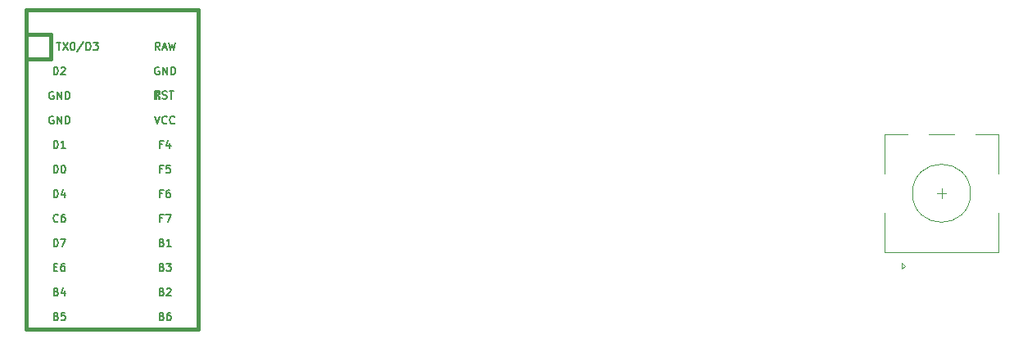
<source format=gbr>
%TF.GenerationSoftware,KiCad,Pcbnew,(5.1.9)-1*%
%TF.CreationDate,2021-08-20T11:44:51-07:00*%
%TF.ProjectId,Ingot,496e676f-742e-46b6-9963-61645f706362,rev?*%
%TF.SameCoordinates,Original*%
%TF.FileFunction,Legend,Top*%
%TF.FilePolarity,Positive*%
%FSLAX46Y46*%
G04 Gerber Fmt 4.6, Leading zero omitted, Abs format (unit mm)*
G04 Created by KiCad (PCBNEW (5.1.9)-1) date 2021-08-20 11:44:51*
%MOMM*%
%LPD*%
G01*
G04 APERTURE LIST*
%ADD10C,0.381000*%
%ADD11C,0.150000*%
%ADD12C,0.120000*%
G04 APERTURE END LIST*
D10*
%TO.C,PM1*%
X57944020Y-26432050D02*
X55404020Y-26432050D01*
X55404020Y-23892050D02*
X55404020Y-26432050D01*
X73184020Y-23892050D02*
X55404020Y-23892050D01*
X73184020Y-26432050D02*
X73184020Y-23892050D01*
D11*
G36*
X69225588Y-32911410D02*
G01*
X69225588Y-33111410D01*
X69125588Y-33111410D01*
X69125588Y-32911410D01*
X69225588Y-32911410D01*
G37*
X69225588Y-32911410D02*
X69225588Y-33111410D01*
X69125588Y-33111410D01*
X69125588Y-32911410D01*
X69225588Y-32911410D01*
G36*
X68825588Y-32311410D02*
G01*
X68825588Y-33111410D01*
X68725588Y-33111410D01*
X68725588Y-32311410D01*
X68825588Y-32311410D01*
G37*
X68825588Y-32311410D02*
X68825588Y-33111410D01*
X68725588Y-33111410D01*
X68725588Y-32311410D01*
X68825588Y-32311410D01*
G36*
X69225588Y-32311410D02*
G01*
X69225588Y-32411410D01*
X68725588Y-32411410D01*
X68725588Y-32311410D01*
X69225588Y-32311410D01*
G37*
X69225588Y-32311410D02*
X69225588Y-32411410D01*
X68725588Y-32411410D01*
X68725588Y-32311410D01*
X69225588Y-32311410D01*
G36*
X69025588Y-32711410D02*
G01*
X69025588Y-32811410D01*
X68925588Y-32811410D01*
X68925588Y-32711410D01*
X69025588Y-32711410D01*
G37*
X69025588Y-32711410D02*
X69025588Y-32811410D01*
X68925588Y-32811410D01*
X68925588Y-32711410D01*
X69025588Y-32711410D01*
G36*
X69225588Y-32311410D02*
G01*
X69225588Y-32611410D01*
X69125588Y-32611410D01*
X69125588Y-32311410D01*
X69225588Y-32311410D01*
G37*
X69225588Y-32311410D02*
X69225588Y-32611410D01*
X69125588Y-32611410D01*
X69125588Y-32311410D01*
X69225588Y-32311410D01*
D10*
X57944020Y-28972050D02*
X55404020Y-28972050D01*
X57944020Y-26432050D02*
X57944020Y-28972050D01*
X73184020Y-56912050D02*
X73184020Y-26432050D01*
X55404020Y-56912050D02*
X73184020Y-56912050D01*
X55404020Y-26432050D02*
X55404020Y-56912050D01*
D12*
%TO.C,KNOB1*%
X150019380Y-43362680D02*
X150019380Y-42362680D01*
X149519380Y-42862680D02*
X150519380Y-42862680D01*
X153519380Y-36762680D02*
X155919380Y-36762680D01*
X148719380Y-36762680D02*
X151319380Y-36762680D01*
X144119380Y-36762680D02*
X146519380Y-36762680D01*
X145919380Y-50062680D02*
X146219380Y-50362680D01*
X145919380Y-50662680D02*
X145919380Y-50062680D01*
X146219380Y-50362680D02*
X145919380Y-50662680D01*
X144119380Y-48962680D02*
X155919380Y-48962680D01*
X144119380Y-44862680D02*
X144119380Y-48962680D01*
X155919380Y-44862680D02*
X155919380Y-48962680D01*
X155919380Y-36762680D02*
X155919380Y-40862680D01*
X144119380Y-40862680D02*
X144119380Y-36762680D01*
X153019380Y-42862680D02*
G75*
G03*
X153019380Y-42862680I-3000000J0D01*
G01*
%TO.C,PM1*%
D11*
X58531671Y-27263954D02*
X58988814Y-27263954D01*
X58760243Y-28063954D02*
X58760243Y-27263954D01*
X59179290Y-27263954D02*
X59712624Y-28063954D01*
X59712624Y-27263954D02*
X59179290Y-28063954D01*
X60169767Y-27263954D02*
X60245957Y-27263954D01*
X60322148Y-27302050D01*
X60360243Y-27340145D01*
X60398338Y-27416335D01*
X60436433Y-27568716D01*
X60436433Y-27759192D01*
X60398338Y-27911573D01*
X60360243Y-27987764D01*
X60322148Y-28025859D01*
X60245957Y-28063954D01*
X60169767Y-28063954D01*
X60093576Y-28025859D01*
X60055481Y-27987764D01*
X60017386Y-27911573D01*
X59979290Y-27759192D01*
X59979290Y-27568716D01*
X60017386Y-27416335D01*
X60055481Y-27340145D01*
X60093576Y-27302050D01*
X60169767Y-27263954D01*
X61350719Y-27225859D02*
X60665005Y-28254430D01*
X61617386Y-28063954D02*
X61617386Y-27263954D01*
X61807862Y-27263954D01*
X61922148Y-27302050D01*
X61998338Y-27378240D01*
X62036433Y-27454430D01*
X62074528Y-27606811D01*
X62074528Y-27721097D01*
X62036433Y-27873478D01*
X61998338Y-27949669D01*
X61922148Y-28025859D01*
X61807862Y-28063954D01*
X61617386Y-28063954D01*
X62341195Y-27263954D02*
X62836433Y-27263954D01*
X62569767Y-27568716D01*
X62684052Y-27568716D01*
X62760243Y-27606811D01*
X62798338Y-27644907D01*
X62836433Y-27721097D01*
X62836433Y-27911573D01*
X62798338Y-27987764D01*
X62760243Y-28025859D01*
X62684052Y-28063954D01*
X62455481Y-28063954D01*
X62379290Y-28025859D01*
X62341195Y-27987764D01*
X58242543Y-30603954D02*
X58242543Y-29803954D01*
X58433020Y-29803954D01*
X58547305Y-29842050D01*
X58623496Y-29918240D01*
X58661591Y-29994430D01*
X58699686Y-30146811D01*
X58699686Y-30261097D01*
X58661591Y-30413478D01*
X58623496Y-30489669D01*
X58547305Y-30565859D01*
X58433020Y-30603954D01*
X58242543Y-30603954D01*
X59004448Y-29880145D02*
X59042543Y-29842050D01*
X59118734Y-29803954D01*
X59309210Y-29803954D01*
X59385400Y-29842050D01*
X59423496Y-29880145D01*
X59461591Y-29956335D01*
X59461591Y-30032526D01*
X59423496Y-30146811D01*
X58966353Y-30603954D01*
X59461591Y-30603954D01*
X58242543Y-40763954D02*
X58242543Y-39963954D01*
X58433020Y-39963954D01*
X58547305Y-40002050D01*
X58623496Y-40078240D01*
X58661591Y-40154430D01*
X58699686Y-40306811D01*
X58699686Y-40421097D01*
X58661591Y-40573478D01*
X58623496Y-40649669D01*
X58547305Y-40725859D01*
X58433020Y-40763954D01*
X58242543Y-40763954D01*
X59194924Y-39963954D02*
X59271115Y-39963954D01*
X59347305Y-40002050D01*
X59385400Y-40040145D01*
X59423496Y-40116335D01*
X59461591Y-40268716D01*
X59461591Y-40459192D01*
X59423496Y-40611573D01*
X59385400Y-40687764D01*
X59347305Y-40725859D01*
X59271115Y-40763954D01*
X59194924Y-40763954D01*
X59118734Y-40725859D01*
X59080639Y-40687764D01*
X59042543Y-40611573D01*
X59004448Y-40459192D01*
X59004448Y-40268716D01*
X59042543Y-40116335D01*
X59080639Y-40040145D01*
X59118734Y-40002050D01*
X59194924Y-39963954D01*
X58242543Y-38223954D02*
X58242543Y-37423954D01*
X58433020Y-37423954D01*
X58547305Y-37462050D01*
X58623496Y-37538240D01*
X58661591Y-37614430D01*
X58699686Y-37766811D01*
X58699686Y-37881097D01*
X58661591Y-38033478D01*
X58623496Y-38109669D01*
X58547305Y-38185859D01*
X58433020Y-38223954D01*
X58242543Y-38223954D01*
X59461591Y-38223954D02*
X59004448Y-38223954D01*
X59233020Y-38223954D02*
X59233020Y-37423954D01*
X59156829Y-37538240D01*
X59080639Y-37614430D01*
X59004448Y-37652526D01*
X58223496Y-34922050D02*
X58147305Y-34883954D01*
X58033020Y-34883954D01*
X57918734Y-34922050D01*
X57842543Y-34998240D01*
X57804448Y-35074430D01*
X57766353Y-35226811D01*
X57766353Y-35341097D01*
X57804448Y-35493478D01*
X57842543Y-35569669D01*
X57918734Y-35645859D01*
X58033020Y-35683954D01*
X58109210Y-35683954D01*
X58223496Y-35645859D01*
X58261591Y-35607764D01*
X58261591Y-35341097D01*
X58109210Y-35341097D01*
X58604448Y-35683954D02*
X58604448Y-34883954D01*
X59061591Y-35683954D01*
X59061591Y-34883954D01*
X59442543Y-35683954D02*
X59442543Y-34883954D01*
X59633020Y-34883954D01*
X59747305Y-34922050D01*
X59823496Y-34998240D01*
X59861591Y-35074430D01*
X59899686Y-35226811D01*
X59899686Y-35341097D01*
X59861591Y-35493478D01*
X59823496Y-35569669D01*
X59747305Y-35645859D01*
X59633020Y-35683954D01*
X59442543Y-35683954D01*
X58223496Y-32382050D02*
X58147305Y-32343954D01*
X58033020Y-32343954D01*
X57918734Y-32382050D01*
X57842543Y-32458240D01*
X57804448Y-32534430D01*
X57766353Y-32686811D01*
X57766353Y-32801097D01*
X57804448Y-32953478D01*
X57842543Y-33029669D01*
X57918734Y-33105859D01*
X58033020Y-33143954D01*
X58109210Y-33143954D01*
X58223496Y-33105859D01*
X58261591Y-33067764D01*
X58261591Y-32801097D01*
X58109210Y-32801097D01*
X58604448Y-33143954D02*
X58604448Y-32343954D01*
X59061591Y-33143954D01*
X59061591Y-32343954D01*
X59442543Y-33143954D02*
X59442543Y-32343954D01*
X59633020Y-32343954D01*
X59747305Y-32382050D01*
X59823496Y-32458240D01*
X59861591Y-32534430D01*
X59899686Y-32686811D01*
X59899686Y-32801097D01*
X59861591Y-32953478D01*
X59823496Y-33029669D01*
X59747305Y-33105859D01*
X59633020Y-33143954D01*
X59442543Y-33143954D01*
X58242543Y-43303954D02*
X58242543Y-42503954D01*
X58433020Y-42503954D01*
X58547305Y-42542050D01*
X58623496Y-42618240D01*
X58661591Y-42694430D01*
X58699686Y-42846811D01*
X58699686Y-42961097D01*
X58661591Y-43113478D01*
X58623496Y-43189669D01*
X58547305Y-43265859D01*
X58433020Y-43303954D01*
X58242543Y-43303954D01*
X59385400Y-42770621D02*
X59385400Y-43303954D01*
X59194924Y-42465859D02*
X59004448Y-43037288D01*
X59499686Y-43037288D01*
X58699686Y-45767764D02*
X58661591Y-45805859D01*
X58547305Y-45843954D01*
X58471115Y-45843954D01*
X58356829Y-45805859D01*
X58280639Y-45729669D01*
X58242543Y-45653478D01*
X58204448Y-45501097D01*
X58204448Y-45386811D01*
X58242543Y-45234430D01*
X58280639Y-45158240D01*
X58356829Y-45082050D01*
X58471115Y-45043954D01*
X58547305Y-45043954D01*
X58661591Y-45082050D01*
X58699686Y-45120145D01*
X59385400Y-45043954D02*
X59233020Y-45043954D01*
X59156829Y-45082050D01*
X59118734Y-45120145D01*
X59042543Y-45234430D01*
X59004448Y-45386811D01*
X59004448Y-45691573D01*
X59042543Y-45767764D01*
X59080639Y-45805859D01*
X59156829Y-45843954D01*
X59309210Y-45843954D01*
X59385400Y-45805859D01*
X59423496Y-45767764D01*
X59461591Y-45691573D01*
X59461591Y-45501097D01*
X59423496Y-45424907D01*
X59385400Y-45386811D01*
X59309210Y-45348716D01*
X59156829Y-45348716D01*
X59080639Y-45386811D01*
X59042543Y-45424907D01*
X59004448Y-45501097D01*
X58242543Y-48383954D02*
X58242543Y-47583954D01*
X58433020Y-47583954D01*
X58547305Y-47622050D01*
X58623496Y-47698240D01*
X58661591Y-47774430D01*
X58699686Y-47926811D01*
X58699686Y-48041097D01*
X58661591Y-48193478D01*
X58623496Y-48269669D01*
X58547305Y-48345859D01*
X58433020Y-48383954D01*
X58242543Y-48383954D01*
X58966353Y-47583954D02*
X59499686Y-47583954D01*
X59156829Y-48383954D01*
X58280639Y-50504907D02*
X58547305Y-50504907D01*
X58661591Y-50923954D02*
X58280639Y-50923954D01*
X58280639Y-50123954D01*
X58661591Y-50123954D01*
X59347305Y-50123954D02*
X59194924Y-50123954D01*
X59118734Y-50162050D01*
X59080639Y-50200145D01*
X59004448Y-50314430D01*
X58966353Y-50466811D01*
X58966353Y-50771573D01*
X59004448Y-50847764D01*
X59042543Y-50885859D01*
X59118734Y-50923954D01*
X59271115Y-50923954D01*
X59347305Y-50885859D01*
X59385400Y-50847764D01*
X59423496Y-50771573D01*
X59423496Y-50581097D01*
X59385400Y-50504907D01*
X59347305Y-50466811D01*
X59271115Y-50428716D01*
X59118734Y-50428716D01*
X59042543Y-50466811D01*
X59004448Y-50504907D01*
X58966353Y-50581097D01*
X58509210Y-53044907D02*
X58623496Y-53083002D01*
X58661591Y-53121097D01*
X58699686Y-53197288D01*
X58699686Y-53311573D01*
X58661591Y-53387764D01*
X58623496Y-53425859D01*
X58547305Y-53463954D01*
X58242543Y-53463954D01*
X58242543Y-52663954D01*
X58509210Y-52663954D01*
X58585400Y-52702050D01*
X58623496Y-52740145D01*
X58661591Y-52816335D01*
X58661591Y-52892526D01*
X58623496Y-52968716D01*
X58585400Y-53006811D01*
X58509210Y-53044907D01*
X58242543Y-53044907D01*
X59385400Y-52930621D02*
X59385400Y-53463954D01*
X59194924Y-52625859D02*
X59004448Y-53197288D01*
X59499686Y-53197288D01*
X58509210Y-55584907D02*
X58623496Y-55623002D01*
X58661591Y-55661097D01*
X58699686Y-55737288D01*
X58699686Y-55851573D01*
X58661591Y-55927764D01*
X58623496Y-55965859D01*
X58547305Y-56003954D01*
X58242543Y-56003954D01*
X58242543Y-55203954D01*
X58509210Y-55203954D01*
X58585400Y-55242050D01*
X58623496Y-55280145D01*
X58661591Y-55356335D01*
X58661591Y-55432526D01*
X58623496Y-55508716D01*
X58585400Y-55546811D01*
X58509210Y-55584907D01*
X58242543Y-55584907D01*
X59423496Y-55203954D02*
X59042543Y-55203954D01*
X59004448Y-55584907D01*
X59042543Y-55546811D01*
X59118734Y-55508716D01*
X59309210Y-55508716D01*
X59385400Y-55546811D01*
X59423496Y-55584907D01*
X59461591Y-55661097D01*
X59461591Y-55851573D01*
X59423496Y-55927764D01*
X59385400Y-55965859D01*
X59309210Y-56003954D01*
X59118734Y-56003954D01*
X59042543Y-55965859D01*
X59004448Y-55927764D01*
X69431210Y-55584907D02*
X69545496Y-55623002D01*
X69583591Y-55661097D01*
X69621686Y-55737288D01*
X69621686Y-55851573D01*
X69583591Y-55927764D01*
X69545496Y-55965859D01*
X69469305Y-56003954D01*
X69164543Y-56003954D01*
X69164543Y-55203954D01*
X69431210Y-55203954D01*
X69507400Y-55242050D01*
X69545496Y-55280145D01*
X69583591Y-55356335D01*
X69583591Y-55432526D01*
X69545496Y-55508716D01*
X69507400Y-55546811D01*
X69431210Y-55584907D01*
X69164543Y-55584907D01*
X70307400Y-55203954D02*
X70155020Y-55203954D01*
X70078829Y-55242050D01*
X70040734Y-55280145D01*
X69964543Y-55394430D01*
X69926448Y-55546811D01*
X69926448Y-55851573D01*
X69964543Y-55927764D01*
X70002639Y-55965859D01*
X70078829Y-56003954D01*
X70231210Y-56003954D01*
X70307400Y-55965859D01*
X70345496Y-55927764D01*
X70383591Y-55851573D01*
X70383591Y-55661097D01*
X70345496Y-55584907D01*
X70307400Y-55546811D01*
X70231210Y-55508716D01*
X70078829Y-55508716D01*
X70002639Y-55546811D01*
X69964543Y-55584907D01*
X69926448Y-55661097D01*
X69431210Y-50504907D02*
X69545496Y-50543002D01*
X69583591Y-50581097D01*
X69621686Y-50657288D01*
X69621686Y-50771573D01*
X69583591Y-50847764D01*
X69545496Y-50885859D01*
X69469305Y-50923954D01*
X69164543Y-50923954D01*
X69164543Y-50123954D01*
X69431210Y-50123954D01*
X69507400Y-50162050D01*
X69545496Y-50200145D01*
X69583591Y-50276335D01*
X69583591Y-50352526D01*
X69545496Y-50428716D01*
X69507400Y-50466811D01*
X69431210Y-50504907D01*
X69164543Y-50504907D01*
X69888353Y-50123954D02*
X70383591Y-50123954D01*
X70116924Y-50428716D01*
X70231210Y-50428716D01*
X70307400Y-50466811D01*
X70345496Y-50504907D01*
X70383591Y-50581097D01*
X70383591Y-50771573D01*
X70345496Y-50847764D01*
X70307400Y-50885859D01*
X70231210Y-50923954D01*
X70002639Y-50923954D01*
X69926448Y-50885859D01*
X69888353Y-50847764D01*
X69431210Y-47964907D02*
X69545496Y-48003002D01*
X69583591Y-48041097D01*
X69621686Y-48117288D01*
X69621686Y-48231573D01*
X69583591Y-48307764D01*
X69545496Y-48345859D01*
X69469305Y-48383954D01*
X69164543Y-48383954D01*
X69164543Y-47583954D01*
X69431210Y-47583954D01*
X69507400Y-47622050D01*
X69545496Y-47660145D01*
X69583591Y-47736335D01*
X69583591Y-47812526D01*
X69545496Y-47888716D01*
X69507400Y-47926811D01*
X69431210Y-47964907D01*
X69164543Y-47964907D01*
X70383591Y-48383954D02*
X69926448Y-48383954D01*
X70155020Y-48383954D02*
X70155020Y-47583954D01*
X70078829Y-47698240D01*
X70002639Y-47774430D01*
X69926448Y-47812526D01*
X69488353Y-37804907D02*
X69221686Y-37804907D01*
X69221686Y-38223954D02*
X69221686Y-37423954D01*
X69602639Y-37423954D01*
X70250258Y-37690621D02*
X70250258Y-38223954D01*
X70059781Y-37385859D02*
X69869305Y-37957288D01*
X70364543Y-37957288D01*
X68688353Y-34883954D02*
X68955020Y-35683954D01*
X69221686Y-34883954D01*
X69945496Y-35607764D02*
X69907400Y-35645859D01*
X69793115Y-35683954D01*
X69716924Y-35683954D01*
X69602639Y-35645859D01*
X69526448Y-35569669D01*
X69488353Y-35493478D01*
X69450258Y-35341097D01*
X69450258Y-35226811D01*
X69488353Y-35074430D01*
X69526448Y-34998240D01*
X69602639Y-34922050D01*
X69716924Y-34883954D01*
X69793115Y-34883954D01*
X69907400Y-34922050D01*
X69945496Y-34960145D01*
X70745496Y-35607764D02*
X70707400Y-35645859D01*
X70593115Y-35683954D01*
X70516924Y-35683954D01*
X70402639Y-35645859D01*
X70326448Y-35569669D01*
X70288353Y-35493478D01*
X70250258Y-35341097D01*
X70250258Y-35226811D01*
X70288353Y-35074430D01*
X70326448Y-34998240D01*
X70402639Y-34922050D01*
X70516924Y-34883954D01*
X70593115Y-34883954D01*
X70707400Y-34922050D01*
X70745496Y-34960145D01*
X69493806Y-33075859D02*
X69608092Y-33113954D01*
X69798568Y-33113954D01*
X69874759Y-33075859D01*
X69912854Y-33037764D01*
X69950949Y-32961573D01*
X69950949Y-32885383D01*
X69912854Y-32809192D01*
X69874759Y-32771097D01*
X69798568Y-32733002D01*
X69646187Y-32694907D01*
X69569997Y-32656811D01*
X69531901Y-32618716D01*
X69493806Y-32542526D01*
X69493806Y-32466335D01*
X69531901Y-32390145D01*
X69569997Y-32352050D01*
X69646187Y-32313954D01*
X69836663Y-32313954D01*
X69950949Y-32352050D01*
X70179520Y-32313954D02*
X70636663Y-32313954D01*
X70408092Y-33113954D02*
X70408092Y-32313954D01*
X69145496Y-29842050D02*
X69069305Y-29803954D01*
X68955020Y-29803954D01*
X68840734Y-29842050D01*
X68764543Y-29918240D01*
X68726448Y-29994430D01*
X68688353Y-30146811D01*
X68688353Y-30261097D01*
X68726448Y-30413478D01*
X68764543Y-30489669D01*
X68840734Y-30565859D01*
X68955020Y-30603954D01*
X69031210Y-30603954D01*
X69145496Y-30565859D01*
X69183591Y-30527764D01*
X69183591Y-30261097D01*
X69031210Y-30261097D01*
X69526448Y-30603954D02*
X69526448Y-29803954D01*
X69983591Y-30603954D01*
X69983591Y-29803954D01*
X70364543Y-30603954D02*
X70364543Y-29803954D01*
X70555020Y-29803954D01*
X70669305Y-29842050D01*
X70745496Y-29918240D01*
X70783591Y-29994430D01*
X70821686Y-30146811D01*
X70821686Y-30261097D01*
X70783591Y-30413478D01*
X70745496Y-30489669D01*
X70669305Y-30565859D01*
X70555020Y-30603954D01*
X70364543Y-30603954D01*
X69202639Y-28063954D02*
X68935972Y-27683002D01*
X68745496Y-28063954D02*
X68745496Y-27263954D01*
X69050258Y-27263954D01*
X69126448Y-27302050D01*
X69164543Y-27340145D01*
X69202639Y-27416335D01*
X69202639Y-27530621D01*
X69164543Y-27606811D01*
X69126448Y-27644907D01*
X69050258Y-27683002D01*
X68745496Y-27683002D01*
X69507400Y-27835383D02*
X69888353Y-27835383D01*
X69431210Y-28063954D02*
X69697877Y-27263954D01*
X69964543Y-28063954D01*
X70155020Y-27263954D02*
X70345496Y-28063954D01*
X70497877Y-27492526D01*
X70650258Y-28063954D01*
X70840734Y-27263954D01*
X69488353Y-40344907D02*
X69221686Y-40344907D01*
X69221686Y-40763954D02*
X69221686Y-39963954D01*
X69602639Y-39963954D01*
X70288353Y-39963954D02*
X69907400Y-39963954D01*
X69869305Y-40344907D01*
X69907400Y-40306811D01*
X69983591Y-40268716D01*
X70174067Y-40268716D01*
X70250258Y-40306811D01*
X70288353Y-40344907D01*
X70326448Y-40421097D01*
X70326448Y-40611573D01*
X70288353Y-40687764D01*
X70250258Y-40725859D01*
X70174067Y-40763954D01*
X69983591Y-40763954D01*
X69907400Y-40725859D01*
X69869305Y-40687764D01*
X69488353Y-42884907D02*
X69221686Y-42884907D01*
X69221686Y-43303954D02*
X69221686Y-42503954D01*
X69602639Y-42503954D01*
X70250258Y-42503954D02*
X70097877Y-42503954D01*
X70021686Y-42542050D01*
X69983591Y-42580145D01*
X69907400Y-42694430D01*
X69869305Y-42846811D01*
X69869305Y-43151573D01*
X69907400Y-43227764D01*
X69945496Y-43265859D01*
X70021686Y-43303954D01*
X70174067Y-43303954D01*
X70250258Y-43265859D01*
X70288353Y-43227764D01*
X70326448Y-43151573D01*
X70326448Y-42961097D01*
X70288353Y-42884907D01*
X70250258Y-42846811D01*
X70174067Y-42808716D01*
X70021686Y-42808716D01*
X69945496Y-42846811D01*
X69907400Y-42884907D01*
X69869305Y-42961097D01*
X69488353Y-45424907D02*
X69221686Y-45424907D01*
X69221686Y-45843954D02*
X69221686Y-45043954D01*
X69602639Y-45043954D01*
X69831210Y-45043954D02*
X70364543Y-45043954D01*
X70021686Y-45843954D01*
X69431210Y-53044907D02*
X69545496Y-53083002D01*
X69583591Y-53121097D01*
X69621686Y-53197288D01*
X69621686Y-53311573D01*
X69583591Y-53387764D01*
X69545496Y-53425859D01*
X69469305Y-53463954D01*
X69164543Y-53463954D01*
X69164543Y-52663954D01*
X69431210Y-52663954D01*
X69507400Y-52702050D01*
X69545496Y-52740145D01*
X69583591Y-52816335D01*
X69583591Y-52892526D01*
X69545496Y-52968716D01*
X69507400Y-53006811D01*
X69431210Y-53044907D01*
X69164543Y-53044907D01*
X69926448Y-52740145D02*
X69964543Y-52702050D01*
X70040734Y-52663954D01*
X70231210Y-52663954D01*
X70307400Y-52702050D01*
X70345496Y-52740145D01*
X70383591Y-52816335D01*
X70383591Y-52892526D01*
X70345496Y-53006811D01*
X69888353Y-53463954D01*
X70383591Y-53463954D01*
%TD*%
M02*

</source>
